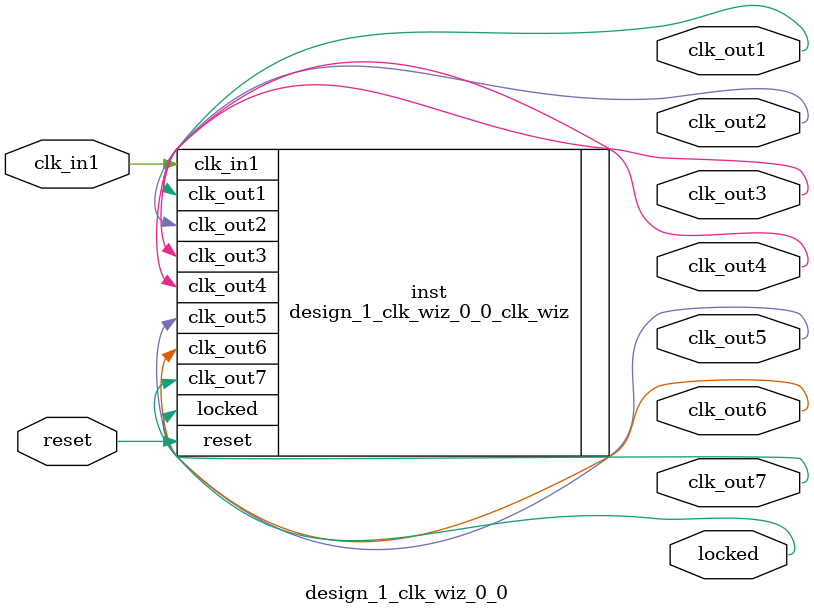
<source format=v>


`timescale 1ps/1ps

(* CORE_GENERATION_INFO = "design_1_clk_wiz_0_0,clk_wiz_v6_0_2_0_0,{component_name=design_1_clk_wiz_0_0,use_phase_alignment=true,use_min_o_jitter=false,use_max_i_jitter=false,use_dyn_phase_shift=false,use_inclk_switchover=false,use_dyn_reconfig=false,enable_axi=0,feedback_source=FDBK_AUTO,PRIMITIVE=MMCM,num_out_clk=7,clkin1_period=10.000,clkin2_period=10.000,use_power_down=false,use_reset=true,use_locked=true,use_inclk_stopped=false,feedback_type=SINGLE,CLOCK_MGR_TYPE=NA,manual_override=false}" *)

module design_1_clk_wiz_0_0 
 (
  // Clock out ports
  output        clk_out1,
  output        clk_out2,
  output        clk_out3,
  output        clk_out4,
  output        clk_out5,
  output        clk_out6,
  output        clk_out7,
  // Status and control signals
  input         reset,
  output        locked,
 // Clock in ports
  input         clk_in1
 );

  design_1_clk_wiz_0_0_clk_wiz inst
  (
  // Clock out ports  
  .clk_out1(clk_out1),
  .clk_out2(clk_out2),
  .clk_out3(clk_out3),
  .clk_out4(clk_out4),
  .clk_out5(clk_out5),
  .clk_out6(clk_out6),
  .clk_out7(clk_out7),
  // Status and control signals               
  .reset(reset), 
  .locked(locked),
 // Clock in ports
  .clk_in1(clk_in1)
  );

endmodule

</source>
